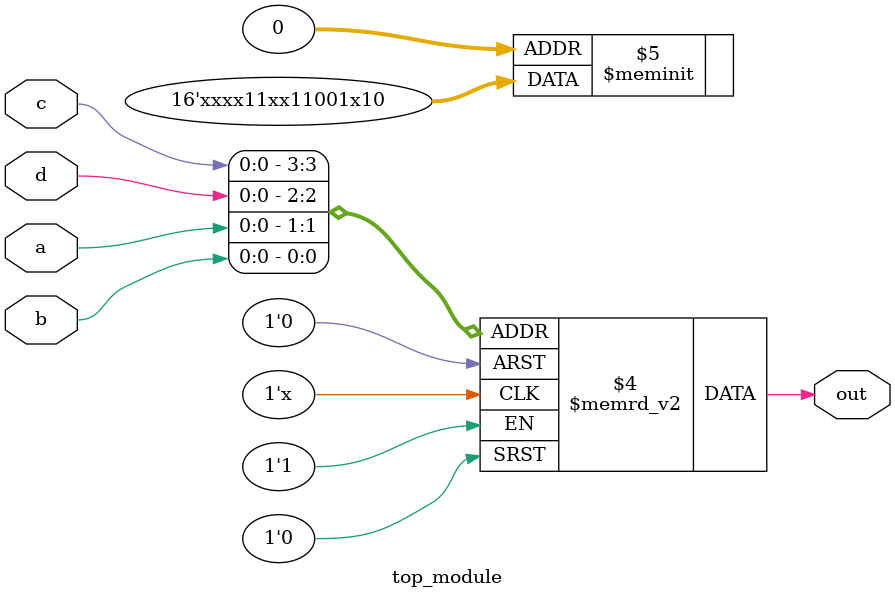
<source format=sv>
module top_module (
    input a, 
    input b,
    input c,
    input d,
    output reg out
);

always @(*) begin
    case ({c, d, a, b})
        4'b0001, 4'b0011, 4'b1011, 4'b1010: out = 1'b1;
        4'b0000: out = 1'b0;
        4'b0100, 4'b0101: out = 1'b0;
        4'b0110, 4'b0111: out = 1'b1;
    endcase
end

endmodule

</source>
